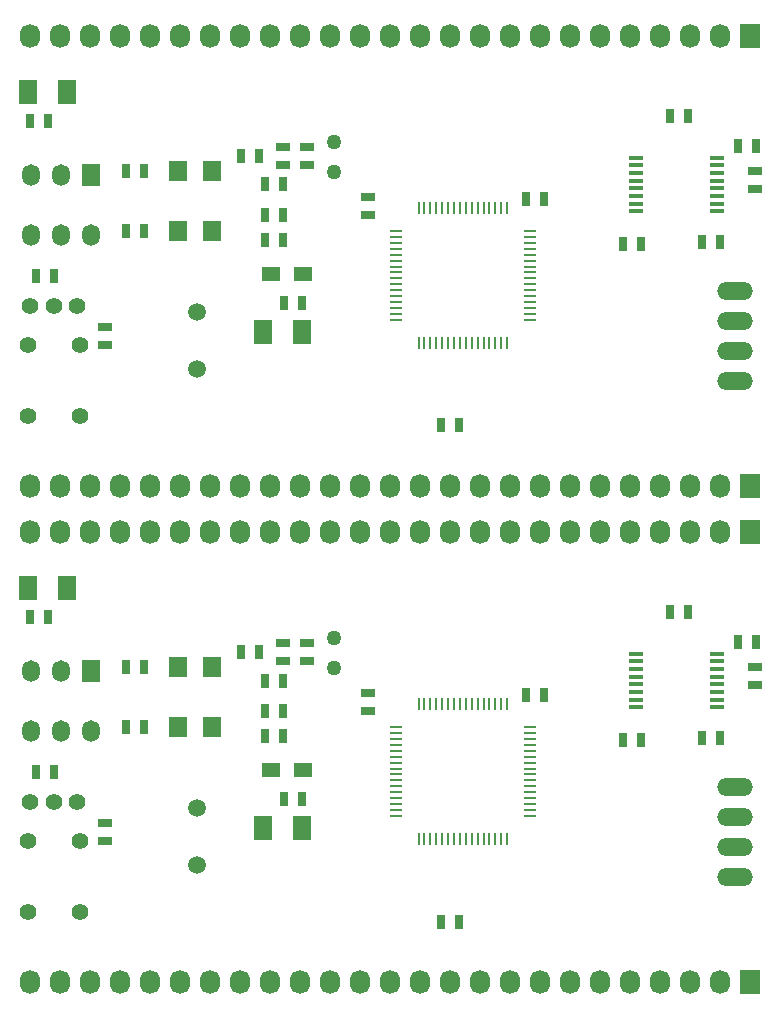
<source format=gts>
G04 #@! TF.FileFunction,Soldermask,Top*
%FSLAX46Y46*%
G04 Gerber Fmt 4.6, Leading zero omitted, Abs format (unit mm)*
G04 Created by KiCad (PCBNEW 4.0.7-e2-6376~58~ubuntu14.04.1) date Fri Jan 19 14:59:29 2018*
%MOMM*%
%LPD*%
G01*
G04 APERTURE LIST*
%ADD10C,0.100000*%
%ADD11R,1.200000X0.400000*%
%ADD12R,0.635000X1.143000*%
%ADD13R,1.524000X1.824000*%
%ADD14O,1.524000X1.824000*%
%ADD15C,1.400000*%
%ADD16O,3.014980X1.506220*%
%ADD17C,1.270000*%
%ADD18R,1.000000X0.250000*%
%ADD19R,0.250000X1.000000*%
%ADD20C,1.397000*%
%ADD21R,1.143000X0.635000*%
%ADD22R,1.500000X1.300000*%
%ADD23R,1.727200X2.032000*%
%ADD24O,1.727200X2.032000*%
%ADD25R,1.597660X1.800860*%
%ADD26R,1.524000X2.032000*%
%ADD27C,1.501140*%
G04 APERTURE END LIST*
D10*
D11*
X175050000Y-49075000D03*
X175050000Y-48425000D03*
X175050000Y-47775000D03*
X175050000Y-47125000D03*
X175050000Y-46475000D03*
X175050000Y-45825000D03*
X175050000Y-45175000D03*
X175050000Y-44525000D03*
X168150000Y-44525000D03*
X168150000Y-45175000D03*
X168150000Y-45825000D03*
X168150000Y-46475000D03*
X168150000Y-47125000D03*
X168150000Y-47775000D03*
X168150000Y-48425000D03*
X168150000Y-49075000D03*
D12*
X158838000Y-48000000D03*
X160362000Y-48000000D03*
X153162000Y-67200000D03*
X151638000Y-67200000D03*
D13*
X122000000Y-46000000D03*
D14*
X122000000Y-51080000D03*
X119460000Y-46000000D03*
X119460000Y-51080000D03*
X116920000Y-46000000D03*
X116920000Y-51080000D03*
D12*
X117348000Y-54520000D03*
X118872000Y-54520000D03*
D15*
X120870000Y-57060000D03*
X118870000Y-57060000D03*
X116870000Y-57060000D03*
D16*
X176530000Y-55790000D03*
X176530000Y-63410000D03*
X176530000Y-60870000D03*
X176530000Y-58330000D03*
D17*
X142600000Y-45770000D03*
X142600000Y-43230000D03*
D18*
X147800000Y-50750000D03*
X147800000Y-51250000D03*
X147800000Y-51750000D03*
X147800000Y-52250000D03*
X147800000Y-52750000D03*
X147800000Y-53250000D03*
X147800000Y-53750000D03*
X147800000Y-54250000D03*
X147800000Y-54750000D03*
X147800000Y-55250000D03*
X147800000Y-55750000D03*
X147800000Y-56250000D03*
X147800000Y-56750000D03*
X147800000Y-57250000D03*
X147800000Y-57750000D03*
X147800000Y-58250000D03*
D19*
X149750000Y-60200000D03*
X150250000Y-60200000D03*
X150750000Y-60200000D03*
X151250000Y-60200000D03*
X151750000Y-60200000D03*
X152250000Y-60200000D03*
X152750000Y-60200000D03*
X153250000Y-60200000D03*
X153750000Y-60200000D03*
X154250000Y-60200000D03*
X154750000Y-60200000D03*
X155250000Y-60200000D03*
X155750000Y-60200000D03*
X156250000Y-60200000D03*
X156750000Y-60200000D03*
X157250000Y-60200000D03*
D18*
X159200000Y-58250000D03*
X159200000Y-57750000D03*
X159200000Y-57250000D03*
X159200000Y-56750000D03*
X159200000Y-56250000D03*
X159200000Y-55750000D03*
X159200000Y-55250000D03*
X159200000Y-54750000D03*
X159200000Y-54250000D03*
X159200000Y-53750000D03*
X159200000Y-53250000D03*
X159200000Y-52750000D03*
X159200000Y-52250000D03*
X159200000Y-51750000D03*
X159200000Y-51250000D03*
X159200000Y-50750000D03*
D19*
X157250000Y-48800000D03*
X156750000Y-48800000D03*
X156250000Y-48800000D03*
X155750000Y-48800000D03*
X155250000Y-48800000D03*
X154750000Y-48800000D03*
X154250000Y-48800000D03*
X153750000Y-48800000D03*
X153250000Y-48800000D03*
X152750000Y-48800000D03*
X152250000Y-48800000D03*
X151750000Y-48800000D03*
X151250000Y-48800000D03*
X150750000Y-48800000D03*
X150250000Y-48800000D03*
X149750000Y-48800000D03*
D20*
X116690000Y-60420000D03*
X121090000Y-60420000D03*
X116690000Y-66420000D03*
X121090000Y-66420000D03*
D12*
X124968000Y-45630000D03*
X126492000Y-45630000D03*
X134738000Y-44400000D03*
X136262000Y-44400000D03*
D21*
X123190000Y-58838000D03*
X123190000Y-60362000D03*
D12*
X126492000Y-50710000D03*
X124968000Y-50710000D03*
D22*
X137250000Y-54400000D03*
X139950000Y-54400000D03*
D23*
X177800000Y-72300000D03*
D24*
X175260000Y-72300000D03*
X172720000Y-72300000D03*
X170180000Y-72300000D03*
X167640000Y-72300000D03*
X165100000Y-72300000D03*
X162560000Y-72300000D03*
X160020000Y-72300000D03*
X157480000Y-72300000D03*
X154940000Y-72300000D03*
X152400000Y-72300000D03*
X149860000Y-72300000D03*
X147320000Y-72300000D03*
X144780000Y-72300000D03*
X142240000Y-72300000D03*
X139700000Y-72300000D03*
X137160000Y-72300000D03*
X134620000Y-72300000D03*
X132080000Y-72300000D03*
X129540000Y-72300000D03*
X127000000Y-72300000D03*
X124460000Y-72300000D03*
X121920000Y-72300000D03*
X119380000Y-72300000D03*
X116840000Y-72300000D03*
D23*
X177800000Y-34200000D03*
D24*
X175260000Y-34200000D03*
X172720000Y-34200000D03*
X170180000Y-34200000D03*
X167640000Y-34200000D03*
X165100000Y-34200000D03*
X162560000Y-34200000D03*
X160020000Y-34200000D03*
X157480000Y-34200000D03*
X154940000Y-34200000D03*
X152400000Y-34200000D03*
X149860000Y-34200000D03*
X147320000Y-34200000D03*
X144780000Y-34200000D03*
X142240000Y-34200000D03*
X139700000Y-34200000D03*
X137160000Y-34200000D03*
X134620000Y-34200000D03*
X132080000Y-34200000D03*
X129540000Y-34200000D03*
X127000000Y-34200000D03*
X124460000Y-34200000D03*
X121920000Y-34200000D03*
X119380000Y-34200000D03*
X116840000Y-34200000D03*
D25*
X132229860Y-45630000D03*
X129390140Y-45630000D03*
X132229860Y-50710000D03*
X129390140Y-50710000D03*
D12*
X178362000Y-43500000D03*
X176838000Y-43500000D03*
X171038000Y-41000000D03*
X172562000Y-41000000D03*
D21*
X178250000Y-45688000D03*
X178250000Y-47212000D03*
D12*
X167038000Y-51800000D03*
X168562000Y-51800000D03*
X175262000Y-51700000D03*
X173738000Y-51700000D03*
D21*
X138300000Y-43638000D03*
X138300000Y-45162000D03*
X140300000Y-45162000D03*
X140300000Y-43638000D03*
X145500000Y-49362000D03*
X145500000Y-47838000D03*
D12*
X118362000Y-41400000D03*
X116838000Y-41400000D03*
X138338000Y-56800000D03*
X139862000Y-56800000D03*
D26*
X116649000Y-39000000D03*
X119951000Y-39000000D03*
X139851000Y-59300000D03*
X136549000Y-59300000D03*
D12*
X138262000Y-51500000D03*
X136738000Y-51500000D03*
X136738000Y-46800000D03*
X138262000Y-46800000D03*
D27*
X131000000Y-57559060D03*
X131000000Y-62440940D03*
D12*
X136738000Y-49400000D03*
X138262000Y-49400000D03*
X136738000Y-91400000D03*
X138262000Y-91400000D03*
D27*
X131000000Y-99559060D03*
X131000000Y-104440940D03*
D12*
X136738000Y-88800000D03*
X138262000Y-88800000D03*
X138262000Y-93500000D03*
X136738000Y-93500000D03*
D26*
X139851000Y-101300000D03*
X136549000Y-101300000D03*
X116649000Y-81000000D03*
X119951000Y-81000000D03*
D12*
X138338000Y-98800000D03*
X139862000Y-98800000D03*
X118362000Y-83400000D03*
X116838000Y-83400000D03*
D21*
X145500000Y-91362000D03*
X145500000Y-89838000D03*
X140300000Y-87162000D03*
X140300000Y-85638000D03*
X138300000Y-85638000D03*
X138300000Y-87162000D03*
D12*
X175262000Y-93700000D03*
X173738000Y-93700000D03*
X167038000Y-93800000D03*
X168562000Y-93800000D03*
D21*
X178250000Y-87688000D03*
X178250000Y-89212000D03*
D12*
X171038000Y-83000000D03*
X172562000Y-83000000D03*
X178362000Y-85500000D03*
X176838000Y-85500000D03*
D25*
X132229860Y-92710000D03*
X129390140Y-92710000D03*
X132229860Y-87630000D03*
X129390140Y-87630000D03*
D23*
X177800000Y-76200000D03*
D24*
X175260000Y-76200000D03*
X172720000Y-76200000D03*
X170180000Y-76200000D03*
X167640000Y-76200000D03*
X165100000Y-76200000D03*
X162560000Y-76200000D03*
X160020000Y-76200000D03*
X157480000Y-76200000D03*
X154940000Y-76200000D03*
X152400000Y-76200000D03*
X149860000Y-76200000D03*
X147320000Y-76200000D03*
X144780000Y-76200000D03*
X142240000Y-76200000D03*
X139700000Y-76200000D03*
X137160000Y-76200000D03*
X134620000Y-76200000D03*
X132080000Y-76200000D03*
X129540000Y-76200000D03*
X127000000Y-76200000D03*
X124460000Y-76200000D03*
X121920000Y-76200000D03*
X119380000Y-76200000D03*
X116840000Y-76200000D03*
D23*
X177800000Y-114300000D03*
D24*
X175260000Y-114300000D03*
X172720000Y-114300000D03*
X170180000Y-114300000D03*
X167640000Y-114300000D03*
X165100000Y-114300000D03*
X162560000Y-114300000D03*
X160020000Y-114300000D03*
X157480000Y-114300000D03*
X154940000Y-114300000D03*
X152400000Y-114300000D03*
X149860000Y-114300000D03*
X147320000Y-114300000D03*
X144780000Y-114300000D03*
X142240000Y-114300000D03*
X139700000Y-114300000D03*
X137160000Y-114300000D03*
X134620000Y-114300000D03*
X132080000Y-114300000D03*
X129540000Y-114300000D03*
X127000000Y-114300000D03*
X124460000Y-114300000D03*
X121920000Y-114300000D03*
X119380000Y-114300000D03*
X116840000Y-114300000D03*
D22*
X137250000Y-96400000D03*
X139950000Y-96400000D03*
D12*
X126492000Y-92710000D03*
X124968000Y-92710000D03*
D21*
X123190000Y-100838000D03*
X123190000Y-102362000D03*
D12*
X134738000Y-86400000D03*
X136262000Y-86400000D03*
X124968000Y-87630000D03*
X126492000Y-87630000D03*
D20*
X116690000Y-102420000D03*
X121090000Y-102420000D03*
X116690000Y-108420000D03*
X121090000Y-108420000D03*
D18*
X147800000Y-92750000D03*
X147800000Y-93250000D03*
X147800000Y-93750000D03*
X147800000Y-94250000D03*
X147800000Y-94750000D03*
X147800000Y-95250000D03*
X147800000Y-95750000D03*
X147800000Y-96250000D03*
X147800000Y-96750000D03*
X147800000Y-97250000D03*
X147800000Y-97750000D03*
X147800000Y-98250000D03*
X147800000Y-98750000D03*
X147800000Y-99250000D03*
X147800000Y-99750000D03*
X147800000Y-100250000D03*
D19*
X149750000Y-102200000D03*
X150250000Y-102200000D03*
X150750000Y-102200000D03*
X151250000Y-102200000D03*
X151750000Y-102200000D03*
X152250000Y-102200000D03*
X152750000Y-102200000D03*
X153250000Y-102200000D03*
X153750000Y-102200000D03*
X154250000Y-102200000D03*
X154750000Y-102200000D03*
X155250000Y-102200000D03*
X155750000Y-102200000D03*
X156250000Y-102200000D03*
X156750000Y-102200000D03*
X157250000Y-102200000D03*
D18*
X159200000Y-100250000D03*
X159200000Y-99750000D03*
X159200000Y-99250000D03*
X159200000Y-98750000D03*
X159200000Y-98250000D03*
X159200000Y-97750000D03*
X159200000Y-97250000D03*
X159200000Y-96750000D03*
X159200000Y-96250000D03*
X159200000Y-95750000D03*
X159200000Y-95250000D03*
X159200000Y-94750000D03*
X159200000Y-94250000D03*
X159200000Y-93750000D03*
X159200000Y-93250000D03*
X159200000Y-92750000D03*
D19*
X157250000Y-90800000D03*
X156750000Y-90800000D03*
X156250000Y-90800000D03*
X155750000Y-90800000D03*
X155250000Y-90800000D03*
X154750000Y-90800000D03*
X154250000Y-90800000D03*
X153750000Y-90800000D03*
X153250000Y-90800000D03*
X152750000Y-90800000D03*
X152250000Y-90800000D03*
X151750000Y-90800000D03*
X151250000Y-90800000D03*
X150750000Y-90800000D03*
X150250000Y-90800000D03*
X149750000Y-90800000D03*
D17*
X142600000Y-87770000D03*
X142600000Y-85230000D03*
D16*
X176530000Y-97790000D03*
X176530000Y-105410000D03*
X176530000Y-102870000D03*
X176530000Y-100330000D03*
D15*
X120870000Y-99060000D03*
X118870000Y-99060000D03*
X116870000Y-99060000D03*
D12*
X117348000Y-96520000D03*
X118872000Y-96520000D03*
D13*
X122000000Y-88000000D03*
D14*
X122000000Y-93080000D03*
X119460000Y-88000000D03*
X119460000Y-93080000D03*
X116920000Y-88000000D03*
X116920000Y-93080000D03*
D12*
X153162000Y-109200000D03*
X151638000Y-109200000D03*
X158838000Y-90000000D03*
X160362000Y-90000000D03*
D11*
X175050000Y-91075000D03*
X175050000Y-90425000D03*
X175050000Y-89775000D03*
X175050000Y-89125000D03*
X175050000Y-88475000D03*
X175050000Y-87825000D03*
X175050000Y-87175000D03*
X175050000Y-86525000D03*
X168150000Y-86525000D03*
X168150000Y-87175000D03*
X168150000Y-87825000D03*
X168150000Y-88475000D03*
X168150000Y-89125000D03*
X168150000Y-89775000D03*
X168150000Y-90425000D03*
X168150000Y-91075000D03*
M02*

</source>
